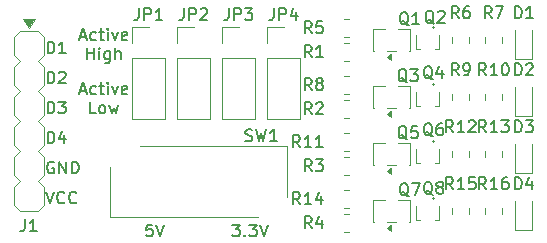
<source format=gbr>
%TF.GenerationSoftware,KiCad,Pcbnew,9.0.6-9.0.6~ubuntu24.04.1*%
%TF.CreationDate,2026-01-17T19:07:13-03:00*%
%TF.ProjectId,cotti_leds,636f7474-695f-46c6-9564-732e6b696361,0.0*%
%TF.SameCoordinates,Original*%
%TF.FileFunction,Legend,Top*%
%TF.FilePolarity,Positive*%
%FSLAX46Y46*%
G04 Gerber Fmt 4.6, Leading zero omitted, Abs format (unit mm)*
G04 Created by KiCad (PCBNEW 9.0.6-9.0.6~ubuntu24.04.1) date 2026-01-17 19:07:13*
%MOMM*%
%LPD*%
G01*
G04 APERTURE LIST*
%ADD10C,0.150000*%
%ADD11C,0.120000*%
%ADD12C,0.100000*%
G04 APERTURE END LIST*
D10*
X114636779Y-108581819D02*
X114636779Y-107581819D01*
X114636779Y-107581819D02*
X114874874Y-107581819D01*
X114874874Y-107581819D02*
X115017731Y-107629438D01*
X115017731Y-107629438D02*
X115112969Y-107724676D01*
X115112969Y-107724676D02*
X115160588Y-107819914D01*
X115160588Y-107819914D02*
X115208207Y-108010390D01*
X115208207Y-108010390D02*
X115208207Y-108153247D01*
X115208207Y-108153247D02*
X115160588Y-108343723D01*
X115160588Y-108343723D02*
X115112969Y-108438961D01*
X115112969Y-108438961D02*
X115017731Y-108534200D01*
X115017731Y-108534200D02*
X114874874Y-108581819D01*
X114874874Y-108581819D02*
X114636779Y-108581819D01*
X116065350Y-107915152D02*
X116065350Y-108581819D01*
X115827255Y-107534200D02*
X115589160Y-108248485D01*
X115589160Y-108248485D02*
X116208207Y-108248485D01*
X117380000Y-104146160D02*
X117856190Y-104146160D01*
X117284762Y-104431875D02*
X117618095Y-103431875D01*
X117618095Y-103431875D02*
X117951428Y-104431875D01*
X118713333Y-104384256D02*
X118618095Y-104431875D01*
X118618095Y-104431875D02*
X118427619Y-104431875D01*
X118427619Y-104431875D02*
X118332381Y-104384256D01*
X118332381Y-104384256D02*
X118284762Y-104336636D01*
X118284762Y-104336636D02*
X118237143Y-104241398D01*
X118237143Y-104241398D02*
X118237143Y-103955684D01*
X118237143Y-103955684D02*
X118284762Y-103860446D01*
X118284762Y-103860446D02*
X118332381Y-103812827D01*
X118332381Y-103812827D02*
X118427619Y-103765208D01*
X118427619Y-103765208D02*
X118618095Y-103765208D01*
X118618095Y-103765208D02*
X118713333Y-103812827D01*
X118999048Y-103765208D02*
X119380000Y-103765208D01*
X119141905Y-103431875D02*
X119141905Y-104289017D01*
X119141905Y-104289017D02*
X119189524Y-104384256D01*
X119189524Y-104384256D02*
X119284762Y-104431875D01*
X119284762Y-104431875D02*
X119380000Y-104431875D01*
X119713334Y-104431875D02*
X119713334Y-103765208D01*
X119713334Y-103431875D02*
X119665715Y-103479494D01*
X119665715Y-103479494D02*
X119713334Y-103527113D01*
X119713334Y-103527113D02*
X119760953Y-103479494D01*
X119760953Y-103479494D02*
X119713334Y-103431875D01*
X119713334Y-103431875D02*
X119713334Y-103527113D01*
X120094286Y-103765208D02*
X120332381Y-104431875D01*
X120332381Y-104431875D02*
X120570476Y-103765208D01*
X121332381Y-104384256D02*
X121237143Y-104431875D01*
X121237143Y-104431875D02*
X121046667Y-104431875D01*
X121046667Y-104431875D02*
X120951429Y-104384256D01*
X120951429Y-104384256D02*
X120903810Y-104289017D01*
X120903810Y-104289017D02*
X120903810Y-103908065D01*
X120903810Y-103908065D02*
X120951429Y-103812827D01*
X120951429Y-103812827D02*
X121046667Y-103765208D01*
X121046667Y-103765208D02*
X121237143Y-103765208D01*
X121237143Y-103765208D02*
X121332381Y-103812827D01*
X121332381Y-103812827D02*
X121380000Y-103908065D01*
X121380000Y-103908065D02*
X121380000Y-104003303D01*
X121380000Y-104003303D02*
X120903810Y-104098541D01*
X118713333Y-106041819D02*
X118237143Y-106041819D01*
X118237143Y-106041819D02*
X118237143Y-105041819D01*
X119189524Y-106041819D02*
X119094286Y-105994200D01*
X119094286Y-105994200D02*
X119046667Y-105946580D01*
X119046667Y-105946580D02*
X118999048Y-105851342D01*
X118999048Y-105851342D02*
X118999048Y-105565628D01*
X118999048Y-105565628D02*
X119046667Y-105470390D01*
X119046667Y-105470390D02*
X119094286Y-105422771D01*
X119094286Y-105422771D02*
X119189524Y-105375152D01*
X119189524Y-105375152D02*
X119332381Y-105375152D01*
X119332381Y-105375152D02*
X119427619Y-105422771D01*
X119427619Y-105422771D02*
X119475238Y-105470390D01*
X119475238Y-105470390D02*
X119522857Y-105565628D01*
X119522857Y-105565628D02*
X119522857Y-105851342D01*
X119522857Y-105851342D02*
X119475238Y-105946580D01*
X119475238Y-105946580D02*
X119427619Y-105994200D01*
X119427619Y-105994200D02*
X119332381Y-106041819D01*
X119332381Y-106041819D02*
X119189524Y-106041819D01*
X119856191Y-105375152D02*
X120046667Y-106041819D01*
X120046667Y-106041819D02*
X120237143Y-105565628D01*
X120237143Y-105565628D02*
X120427619Y-106041819D01*
X120427619Y-106041819D02*
X120618095Y-105375152D01*
X114636779Y-106041819D02*
X114636779Y-105041819D01*
X114636779Y-105041819D02*
X114874874Y-105041819D01*
X114874874Y-105041819D02*
X115017731Y-105089438D01*
X115017731Y-105089438D02*
X115112969Y-105184676D01*
X115112969Y-105184676D02*
X115160588Y-105279914D01*
X115160588Y-105279914D02*
X115208207Y-105470390D01*
X115208207Y-105470390D02*
X115208207Y-105613247D01*
X115208207Y-105613247D02*
X115160588Y-105803723D01*
X115160588Y-105803723D02*
X115112969Y-105898961D01*
X115112969Y-105898961D02*
X115017731Y-105994200D01*
X115017731Y-105994200D02*
X114874874Y-106041819D01*
X114874874Y-106041819D02*
X114636779Y-106041819D01*
X115541541Y-105041819D02*
X116160588Y-105041819D01*
X116160588Y-105041819D02*
X115827255Y-105422771D01*
X115827255Y-105422771D02*
X115970112Y-105422771D01*
X115970112Y-105422771D02*
X116065350Y-105470390D01*
X116065350Y-105470390D02*
X116112969Y-105518009D01*
X116112969Y-105518009D02*
X116160588Y-105613247D01*
X116160588Y-105613247D02*
X116160588Y-105851342D01*
X116160588Y-105851342D02*
X116112969Y-105946580D01*
X116112969Y-105946580D02*
X116065350Y-105994200D01*
X116065350Y-105994200D02*
X115970112Y-106041819D01*
X115970112Y-106041819D02*
X115684398Y-106041819D01*
X115684398Y-106041819D02*
X115589160Y-105994200D01*
X115589160Y-105994200D02*
X115541541Y-105946580D01*
X117380000Y-99574160D02*
X117856190Y-99574160D01*
X117284762Y-99859875D02*
X117618095Y-98859875D01*
X117618095Y-98859875D02*
X117951428Y-99859875D01*
X118713333Y-99812256D02*
X118618095Y-99859875D01*
X118618095Y-99859875D02*
X118427619Y-99859875D01*
X118427619Y-99859875D02*
X118332381Y-99812256D01*
X118332381Y-99812256D02*
X118284762Y-99764636D01*
X118284762Y-99764636D02*
X118237143Y-99669398D01*
X118237143Y-99669398D02*
X118237143Y-99383684D01*
X118237143Y-99383684D02*
X118284762Y-99288446D01*
X118284762Y-99288446D02*
X118332381Y-99240827D01*
X118332381Y-99240827D02*
X118427619Y-99193208D01*
X118427619Y-99193208D02*
X118618095Y-99193208D01*
X118618095Y-99193208D02*
X118713333Y-99240827D01*
X118999048Y-99193208D02*
X119380000Y-99193208D01*
X119141905Y-98859875D02*
X119141905Y-99717017D01*
X119141905Y-99717017D02*
X119189524Y-99812256D01*
X119189524Y-99812256D02*
X119284762Y-99859875D01*
X119284762Y-99859875D02*
X119380000Y-99859875D01*
X119713334Y-99859875D02*
X119713334Y-99193208D01*
X119713334Y-98859875D02*
X119665715Y-98907494D01*
X119665715Y-98907494D02*
X119713334Y-98955113D01*
X119713334Y-98955113D02*
X119760953Y-98907494D01*
X119760953Y-98907494D02*
X119713334Y-98859875D01*
X119713334Y-98859875D02*
X119713334Y-98955113D01*
X120094286Y-99193208D02*
X120332381Y-99859875D01*
X120332381Y-99859875D02*
X120570476Y-99193208D01*
X121332381Y-99812256D02*
X121237143Y-99859875D01*
X121237143Y-99859875D02*
X121046667Y-99859875D01*
X121046667Y-99859875D02*
X120951429Y-99812256D01*
X120951429Y-99812256D02*
X120903810Y-99717017D01*
X120903810Y-99717017D02*
X120903810Y-99336065D01*
X120903810Y-99336065D02*
X120951429Y-99240827D01*
X120951429Y-99240827D02*
X121046667Y-99193208D01*
X121046667Y-99193208D02*
X121237143Y-99193208D01*
X121237143Y-99193208D02*
X121332381Y-99240827D01*
X121332381Y-99240827D02*
X121380000Y-99336065D01*
X121380000Y-99336065D02*
X121380000Y-99431303D01*
X121380000Y-99431303D02*
X120903810Y-99526541D01*
X117951429Y-101469819D02*
X117951429Y-100469819D01*
X117951429Y-100946009D02*
X118522857Y-100946009D01*
X118522857Y-101469819D02*
X118522857Y-100469819D01*
X118999048Y-101469819D02*
X118999048Y-100803152D01*
X118999048Y-100469819D02*
X118951429Y-100517438D01*
X118951429Y-100517438D02*
X118999048Y-100565057D01*
X118999048Y-100565057D02*
X119046667Y-100517438D01*
X119046667Y-100517438D02*
X118999048Y-100469819D01*
X118999048Y-100469819D02*
X118999048Y-100565057D01*
X119903809Y-100803152D02*
X119903809Y-101612676D01*
X119903809Y-101612676D02*
X119856190Y-101707914D01*
X119856190Y-101707914D02*
X119808571Y-101755533D01*
X119808571Y-101755533D02*
X119713333Y-101803152D01*
X119713333Y-101803152D02*
X119570476Y-101803152D01*
X119570476Y-101803152D02*
X119475238Y-101755533D01*
X119903809Y-101422200D02*
X119808571Y-101469819D01*
X119808571Y-101469819D02*
X119618095Y-101469819D01*
X119618095Y-101469819D02*
X119522857Y-101422200D01*
X119522857Y-101422200D02*
X119475238Y-101374580D01*
X119475238Y-101374580D02*
X119427619Y-101279342D01*
X119427619Y-101279342D02*
X119427619Y-100993628D01*
X119427619Y-100993628D02*
X119475238Y-100898390D01*
X119475238Y-100898390D02*
X119522857Y-100850771D01*
X119522857Y-100850771D02*
X119618095Y-100803152D01*
X119618095Y-100803152D02*
X119808571Y-100803152D01*
X119808571Y-100803152D02*
X119903809Y-100850771D01*
X120380000Y-101469819D02*
X120380000Y-100469819D01*
X120808571Y-101469819D02*
X120808571Y-100946009D01*
X120808571Y-100946009D02*
X120760952Y-100850771D01*
X120760952Y-100850771D02*
X120665714Y-100803152D01*
X120665714Y-100803152D02*
X120522857Y-100803152D01*
X120522857Y-100803152D02*
X120427619Y-100850771D01*
X120427619Y-100850771D02*
X120380000Y-100898390D01*
X114493922Y-112661819D02*
X114827255Y-113661819D01*
X114827255Y-113661819D02*
X115160588Y-112661819D01*
X116065350Y-113566580D02*
X116017731Y-113614200D01*
X116017731Y-113614200D02*
X115874874Y-113661819D01*
X115874874Y-113661819D02*
X115779636Y-113661819D01*
X115779636Y-113661819D02*
X115636779Y-113614200D01*
X115636779Y-113614200D02*
X115541541Y-113518961D01*
X115541541Y-113518961D02*
X115493922Y-113423723D01*
X115493922Y-113423723D02*
X115446303Y-113233247D01*
X115446303Y-113233247D02*
X115446303Y-113090390D01*
X115446303Y-113090390D02*
X115493922Y-112899914D01*
X115493922Y-112899914D02*
X115541541Y-112804676D01*
X115541541Y-112804676D02*
X115636779Y-112709438D01*
X115636779Y-112709438D02*
X115779636Y-112661819D01*
X115779636Y-112661819D02*
X115874874Y-112661819D01*
X115874874Y-112661819D02*
X116017731Y-112709438D01*
X116017731Y-112709438D02*
X116065350Y-112757057D01*
X117065350Y-113566580D02*
X117017731Y-113614200D01*
X117017731Y-113614200D02*
X116874874Y-113661819D01*
X116874874Y-113661819D02*
X116779636Y-113661819D01*
X116779636Y-113661819D02*
X116636779Y-113614200D01*
X116636779Y-113614200D02*
X116541541Y-113518961D01*
X116541541Y-113518961D02*
X116493922Y-113423723D01*
X116493922Y-113423723D02*
X116446303Y-113233247D01*
X116446303Y-113233247D02*
X116446303Y-113090390D01*
X116446303Y-113090390D02*
X116493922Y-112899914D01*
X116493922Y-112899914D02*
X116541541Y-112804676D01*
X116541541Y-112804676D02*
X116636779Y-112709438D01*
X116636779Y-112709438D02*
X116779636Y-112661819D01*
X116779636Y-112661819D02*
X116874874Y-112661819D01*
X116874874Y-112661819D02*
X117017731Y-112709438D01*
X117017731Y-112709438D02*
X117065350Y-112757057D01*
X115160588Y-110169438D02*
X115065350Y-110121819D01*
X115065350Y-110121819D02*
X114922493Y-110121819D01*
X114922493Y-110121819D02*
X114779636Y-110169438D01*
X114779636Y-110169438D02*
X114684398Y-110264676D01*
X114684398Y-110264676D02*
X114636779Y-110359914D01*
X114636779Y-110359914D02*
X114589160Y-110550390D01*
X114589160Y-110550390D02*
X114589160Y-110693247D01*
X114589160Y-110693247D02*
X114636779Y-110883723D01*
X114636779Y-110883723D02*
X114684398Y-110978961D01*
X114684398Y-110978961D02*
X114779636Y-111074200D01*
X114779636Y-111074200D02*
X114922493Y-111121819D01*
X114922493Y-111121819D02*
X115017731Y-111121819D01*
X115017731Y-111121819D02*
X115160588Y-111074200D01*
X115160588Y-111074200D02*
X115208207Y-111026580D01*
X115208207Y-111026580D02*
X115208207Y-110693247D01*
X115208207Y-110693247D02*
X115017731Y-110693247D01*
X115636779Y-111121819D02*
X115636779Y-110121819D01*
X115636779Y-110121819D02*
X116208207Y-111121819D01*
X116208207Y-111121819D02*
X116208207Y-110121819D01*
X116684398Y-111121819D02*
X116684398Y-110121819D01*
X116684398Y-110121819D02*
X116922493Y-110121819D01*
X116922493Y-110121819D02*
X117065350Y-110169438D01*
X117065350Y-110169438D02*
X117160588Y-110264676D01*
X117160588Y-110264676D02*
X117208207Y-110359914D01*
X117208207Y-110359914D02*
X117255826Y-110550390D01*
X117255826Y-110550390D02*
X117255826Y-110693247D01*
X117255826Y-110693247D02*
X117208207Y-110883723D01*
X117208207Y-110883723D02*
X117160588Y-110978961D01*
X117160588Y-110978961D02*
X117065350Y-111074200D01*
X117065350Y-111074200D02*
X116922493Y-111121819D01*
X116922493Y-111121819D02*
X116684398Y-111121819D01*
X123494969Y-115455819D02*
X123018779Y-115455819D01*
X123018779Y-115455819D02*
X122971160Y-115932009D01*
X122971160Y-115932009D02*
X123018779Y-115884390D01*
X123018779Y-115884390D02*
X123114017Y-115836771D01*
X123114017Y-115836771D02*
X123352112Y-115836771D01*
X123352112Y-115836771D02*
X123447350Y-115884390D01*
X123447350Y-115884390D02*
X123494969Y-115932009D01*
X123494969Y-115932009D02*
X123542588Y-116027247D01*
X123542588Y-116027247D02*
X123542588Y-116265342D01*
X123542588Y-116265342D02*
X123494969Y-116360580D01*
X123494969Y-116360580D02*
X123447350Y-116408200D01*
X123447350Y-116408200D02*
X123352112Y-116455819D01*
X123352112Y-116455819D02*
X123114017Y-116455819D01*
X123114017Y-116455819D02*
X123018779Y-116408200D01*
X123018779Y-116408200D02*
X122971160Y-116360580D01*
X123828303Y-115455819D02*
X124161636Y-116455819D01*
X124161636Y-116455819D02*
X124494969Y-115455819D01*
X114636779Y-100961819D02*
X114636779Y-99961819D01*
X114636779Y-99961819D02*
X114874874Y-99961819D01*
X114874874Y-99961819D02*
X115017731Y-100009438D01*
X115017731Y-100009438D02*
X115112969Y-100104676D01*
X115112969Y-100104676D02*
X115160588Y-100199914D01*
X115160588Y-100199914D02*
X115208207Y-100390390D01*
X115208207Y-100390390D02*
X115208207Y-100533247D01*
X115208207Y-100533247D02*
X115160588Y-100723723D01*
X115160588Y-100723723D02*
X115112969Y-100818961D01*
X115112969Y-100818961D02*
X115017731Y-100914200D01*
X115017731Y-100914200D02*
X114874874Y-100961819D01*
X114874874Y-100961819D02*
X114636779Y-100961819D01*
X116160588Y-100961819D02*
X115589160Y-100961819D01*
X115874874Y-100961819D02*
X115874874Y-99961819D01*
X115874874Y-99961819D02*
X115779636Y-100104676D01*
X115779636Y-100104676D02*
X115684398Y-100199914D01*
X115684398Y-100199914D02*
X115589160Y-100247533D01*
X130289541Y-115455819D02*
X130908588Y-115455819D01*
X130908588Y-115455819D02*
X130575255Y-115836771D01*
X130575255Y-115836771D02*
X130718112Y-115836771D01*
X130718112Y-115836771D02*
X130813350Y-115884390D01*
X130813350Y-115884390D02*
X130860969Y-115932009D01*
X130860969Y-115932009D02*
X130908588Y-116027247D01*
X130908588Y-116027247D02*
X130908588Y-116265342D01*
X130908588Y-116265342D02*
X130860969Y-116360580D01*
X130860969Y-116360580D02*
X130813350Y-116408200D01*
X130813350Y-116408200D02*
X130718112Y-116455819D01*
X130718112Y-116455819D02*
X130432398Y-116455819D01*
X130432398Y-116455819D02*
X130337160Y-116408200D01*
X130337160Y-116408200D02*
X130289541Y-116360580D01*
X131337160Y-116360580D02*
X131384779Y-116408200D01*
X131384779Y-116408200D02*
X131337160Y-116455819D01*
X131337160Y-116455819D02*
X131289541Y-116408200D01*
X131289541Y-116408200D02*
X131337160Y-116360580D01*
X131337160Y-116360580D02*
X131337160Y-116455819D01*
X131718112Y-115455819D02*
X132337159Y-115455819D01*
X132337159Y-115455819D02*
X132003826Y-115836771D01*
X132003826Y-115836771D02*
X132146683Y-115836771D01*
X132146683Y-115836771D02*
X132241921Y-115884390D01*
X132241921Y-115884390D02*
X132289540Y-115932009D01*
X132289540Y-115932009D02*
X132337159Y-116027247D01*
X132337159Y-116027247D02*
X132337159Y-116265342D01*
X132337159Y-116265342D02*
X132289540Y-116360580D01*
X132289540Y-116360580D02*
X132241921Y-116408200D01*
X132241921Y-116408200D02*
X132146683Y-116455819D01*
X132146683Y-116455819D02*
X131860969Y-116455819D01*
X131860969Y-116455819D02*
X131765731Y-116408200D01*
X131765731Y-116408200D02*
X131718112Y-116360580D01*
X132622874Y-115455819D02*
X132956207Y-116455819D01*
X132956207Y-116455819D02*
X133289540Y-115455819D01*
X114636779Y-103501819D02*
X114636779Y-102501819D01*
X114636779Y-102501819D02*
X114874874Y-102501819D01*
X114874874Y-102501819D02*
X115017731Y-102549438D01*
X115017731Y-102549438D02*
X115112969Y-102644676D01*
X115112969Y-102644676D02*
X115160588Y-102739914D01*
X115160588Y-102739914D02*
X115208207Y-102930390D01*
X115208207Y-102930390D02*
X115208207Y-103073247D01*
X115208207Y-103073247D02*
X115160588Y-103263723D01*
X115160588Y-103263723D02*
X115112969Y-103358961D01*
X115112969Y-103358961D02*
X115017731Y-103454200D01*
X115017731Y-103454200D02*
X114874874Y-103501819D01*
X114874874Y-103501819D02*
X114636779Y-103501819D01*
X115589160Y-102597057D02*
X115636779Y-102549438D01*
X115636779Y-102549438D02*
X115732017Y-102501819D01*
X115732017Y-102501819D02*
X115970112Y-102501819D01*
X115970112Y-102501819D02*
X116065350Y-102549438D01*
X116065350Y-102549438D02*
X116112969Y-102597057D01*
X116112969Y-102597057D02*
X116160588Y-102692295D01*
X116160588Y-102692295D02*
X116160588Y-102787533D01*
X116160588Y-102787533D02*
X116112969Y-102930390D01*
X116112969Y-102930390D02*
X115541541Y-103501819D01*
X115541541Y-103501819D02*
X116160588Y-103501819D01*
X136993333Y-104086819D02*
X136660000Y-103610628D01*
X136421905Y-104086819D02*
X136421905Y-103086819D01*
X136421905Y-103086819D02*
X136802857Y-103086819D01*
X136802857Y-103086819D02*
X136898095Y-103134438D01*
X136898095Y-103134438D02*
X136945714Y-103182057D01*
X136945714Y-103182057D02*
X136993333Y-103277295D01*
X136993333Y-103277295D02*
X136993333Y-103420152D01*
X136993333Y-103420152D02*
X136945714Y-103515390D01*
X136945714Y-103515390D02*
X136898095Y-103563009D01*
X136898095Y-103563009D02*
X136802857Y-103610628D01*
X136802857Y-103610628D02*
X136421905Y-103610628D01*
X137564762Y-103515390D02*
X137469524Y-103467771D01*
X137469524Y-103467771D02*
X137421905Y-103420152D01*
X137421905Y-103420152D02*
X137374286Y-103324914D01*
X137374286Y-103324914D02*
X137374286Y-103277295D01*
X137374286Y-103277295D02*
X137421905Y-103182057D01*
X137421905Y-103182057D02*
X137469524Y-103134438D01*
X137469524Y-103134438D02*
X137564762Y-103086819D01*
X137564762Y-103086819D02*
X137755238Y-103086819D01*
X137755238Y-103086819D02*
X137850476Y-103134438D01*
X137850476Y-103134438D02*
X137898095Y-103182057D01*
X137898095Y-103182057D02*
X137945714Y-103277295D01*
X137945714Y-103277295D02*
X137945714Y-103324914D01*
X137945714Y-103324914D02*
X137898095Y-103420152D01*
X137898095Y-103420152D02*
X137850476Y-103467771D01*
X137850476Y-103467771D02*
X137755238Y-103515390D01*
X137755238Y-103515390D02*
X137564762Y-103515390D01*
X137564762Y-103515390D02*
X137469524Y-103563009D01*
X137469524Y-103563009D02*
X137421905Y-103610628D01*
X137421905Y-103610628D02*
X137374286Y-103705866D01*
X137374286Y-103705866D02*
X137374286Y-103896342D01*
X137374286Y-103896342D02*
X137421905Y-103991580D01*
X137421905Y-103991580D02*
X137469524Y-104039200D01*
X137469524Y-104039200D02*
X137564762Y-104086819D01*
X137564762Y-104086819D02*
X137755238Y-104086819D01*
X137755238Y-104086819D02*
X137850476Y-104039200D01*
X137850476Y-104039200D02*
X137898095Y-103991580D01*
X137898095Y-103991580D02*
X137945714Y-103896342D01*
X137945714Y-103896342D02*
X137945714Y-103705866D01*
X137945714Y-103705866D02*
X137898095Y-103610628D01*
X137898095Y-103610628D02*
X137850476Y-103563009D01*
X137850476Y-103563009D02*
X137755238Y-103515390D01*
X151757142Y-102816819D02*
X151423809Y-102340628D01*
X151185714Y-102816819D02*
X151185714Y-101816819D01*
X151185714Y-101816819D02*
X151566666Y-101816819D01*
X151566666Y-101816819D02*
X151661904Y-101864438D01*
X151661904Y-101864438D02*
X151709523Y-101912057D01*
X151709523Y-101912057D02*
X151757142Y-102007295D01*
X151757142Y-102007295D02*
X151757142Y-102150152D01*
X151757142Y-102150152D02*
X151709523Y-102245390D01*
X151709523Y-102245390D02*
X151661904Y-102293009D01*
X151661904Y-102293009D02*
X151566666Y-102340628D01*
X151566666Y-102340628D02*
X151185714Y-102340628D01*
X152709523Y-102816819D02*
X152138095Y-102816819D01*
X152423809Y-102816819D02*
X152423809Y-101816819D01*
X152423809Y-101816819D02*
X152328571Y-101959676D01*
X152328571Y-101959676D02*
X152233333Y-102054914D01*
X152233333Y-102054914D02*
X152138095Y-102102533D01*
X153328571Y-101816819D02*
X153423809Y-101816819D01*
X153423809Y-101816819D02*
X153519047Y-101864438D01*
X153519047Y-101864438D02*
X153566666Y-101912057D01*
X153566666Y-101912057D02*
X153614285Y-102007295D01*
X153614285Y-102007295D02*
X153661904Y-102197771D01*
X153661904Y-102197771D02*
X153661904Y-102435866D01*
X153661904Y-102435866D02*
X153614285Y-102626342D01*
X153614285Y-102626342D02*
X153566666Y-102721580D01*
X153566666Y-102721580D02*
X153519047Y-102769200D01*
X153519047Y-102769200D02*
X153423809Y-102816819D01*
X153423809Y-102816819D02*
X153328571Y-102816819D01*
X153328571Y-102816819D02*
X153233333Y-102769200D01*
X153233333Y-102769200D02*
X153185714Y-102721580D01*
X153185714Y-102721580D02*
X153138095Y-102626342D01*
X153138095Y-102626342D02*
X153090476Y-102435866D01*
X153090476Y-102435866D02*
X153090476Y-102197771D01*
X153090476Y-102197771D02*
X153138095Y-102007295D01*
X153138095Y-102007295D02*
X153185714Y-101912057D01*
X153185714Y-101912057D02*
X153233333Y-101864438D01*
X153233333Y-101864438D02*
X153328571Y-101816819D01*
X136993333Y-110944819D02*
X136660000Y-110468628D01*
X136421905Y-110944819D02*
X136421905Y-109944819D01*
X136421905Y-109944819D02*
X136802857Y-109944819D01*
X136802857Y-109944819D02*
X136898095Y-109992438D01*
X136898095Y-109992438D02*
X136945714Y-110040057D01*
X136945714Y-110040057D02*
X136993333Y-110135295D01*
X136993333Y-110135295D02*
X136993333Y-110278152D01*
X136993333Y-110278152D02*
X136945714Y-110373390D01*
X136945714Y-110373390D02*
X136898095Y-110421009D01*
X136898095Y-110421009D02*
X136802857Y-110468628D01*
X136802857Y-110468628D02*
X136421905Y-110468628D01*
X137326667Y-109944819D02*
X137945714Y-109944819D01*
X137945714Y-109944819D02*
X137612381Y-110325771D01*
X137612381Y-110325771D02*
X137755238Y-110325771D01*
X137755238Y-110325771D02*
X137850476Y-110373390D01*
X137850476Y-110373390D02*
X137898095Y-110421009D01*
X137898095Y-110421009D02*
X137945714Y-110516247D01*
X137945714Y-110516247D02*
X137945714Y-110754342D01*
X137945714Y-110754342D02*
X137898095Y-110849580D01*
X137898095Y-110849580D02*
X137850476Y-110897200D01*
X137850476Y-110897200D02*
X137755238Y-110944819D01*
X137755238Y-110944819D02*
X137469524Y-110944819D01*
X137469524Y-110944819D02*
X137374286Y-110897200D01*
X137374286Y-110897200D02*
X137326667Y-110849580D01*
X136993333Y-101292819D02*
X136660000Y-100816628D01*
X136421905Y-101292819D02*
X136421905Y-100292819D01*
X136421905Y-100292819D02*
X136802857Y-100292819D01*
X136802857Y-100292819D02*
X136898095Y-100340438D01*
X136898095Y-100340438D02*
X136945714Y-100388057D01*
X136945714Y-100388057D02*
X136993333Y-100483295D01*
X136993333Y-100483295D02*
X136993333Y-100626152D01*
X136993333Y-100626152D02*
X136945714Y-100721390D01*
X136945714Y-100721390D02*
X136898095Y-100769009D01*
X136898095Y-100769009D02*
X136802857Y-100816628D01*
X136802857Y-100816628D02*
X136421905Y-100816628D01*
X137945714Y-101292819D02*
X137374286Y-101292819D01*
X137660000Y-101292819D02*
X137660000Y-100292819D01*
X137660000Y-100292819D02*
X137564762Y-100435676D01*
X137564762Y-100435676D02*
X137469524Y-100530914D01*
X137469524Y-100530914D02*
X137374286Y-100578533D01*
X148963142Y-112468819D02*
X148629809Y-111992628D01*
X148391714Y-112468819D02*
X148391714Y-111468819D01*
X148391714Y-111468819D02*
X148772666Y-111468819D01*
X148772666Y-111468819D02*
X148867904Y-111516438D01*
X148867904Y-111516438D02*
X148915523Y-111564057D01*
X148915523Y-111564057D02*
X148963142Y-111659295D01*
X148963142Y-111659295D02*
X148963142Y-111802152D01*
X148963142Y-111802152D02*
X148915523Y-111897390D01*
X148915523Y-111897390D02*
X148867904Y-111945009D01*
X148867904Y-111945009D02*
X148772666Y-111992628D01*
X148772666Y-111992628D02*
X148391714Y-111992628D01*
X149915523Y-112468819D02*
X149344095Y-112468819D01*
X149629809Y-112468819D02*
X149629809Y-111468819D01*
X149629809Y-111468819D02*
X149534571Y-111611676D01*
X149534571Y-111611676D02*
X149439333Y-111706914D01*
X149439333Y-111706914D02*
X149344095Y-111754533D01*
X150820285Y-111468819D02*
X150344095Y-111468819D01*
X150344095Y-111468819D02*
X150296476Y-111945009D01*
X150296476Y-111945009D02*
X150344095Y-111897390D01*
X150344095Y-111897390D02*
X150439333Y-111849771D01*
X150439333Y-111849771D02*
X150677428Y-111849771D01*
X150677428Y-111849771D02*
X150772666Y-111897390D01*
X150772666Y-111897390D02*
X150820285Y-111945009D01*
X150820285Y-111945009D02*
X150867904Y-112040247D01*
X150867904Y-112040247D02*
X150867904Y-112278342D01*
X150867904Y-112278342D02*
X150820285Y-112373580D01*
X150820285Y-112373580D02*
X150772666Y-112421200D01*
X150772666Y-112421200D02*
X150677428Y-112468819D01*
X150677428Y-112468819D02*
X150439333Y-112468819D01*
X150439333Y-112468819D02*
X150344095Y-112421200D01*
X150344095Y-112421200D02*
X150296476Y-112373580D01*
X136993333Y-99260819D02*
X136660000Y-98784628D01*
X136421905Y-99260819D02*
X136421905Y-98260819D01*
X136421905Y-98260819D02*
X136802857Y-98260819D01*
X136802857Y-98260819D02*
X136898095Y-98308438D01*
X136898095Y-98308438D02*
X136945714Y-98356057D01*
X136945714Y-98356057D02*
X136993333Y-98451295D01*
X136993333Y-98451295D02*
X136993333Y-98594152D01*
X136993333Y-98594152D02*
X136945714Y-98689390D01*
X136945714Y-98689390D02*
X136898095Y-98737009D01*
X136898095Y-98737009D02*
X136802857Y-98784628D01*
X136802857Y-98784628D02*
X136421905Y-98784628D01*
X137898095Y-98260819D02*
X137421905Y-98260819D01*
X137421905Y-98260819D02*
X137374286Y-98737009D01*
X137374286Y-98737009D02*
X137421905Y-98689390D01*
X137421905Y-98689390D02*
X137517143Y-98641771D01*
X137517143Y-98641771D02*
X137755238Y-98641771D01*
X137755238Y-98641771D02*
X137850476Y-98689390D01*
X137850476Y-98689390D02*
X137898095Y-98737009D01*
X137898095Y-98737009D02*
X137945714Y-98832247D01*
X137945714Y-98832247D02*
X137945714Y-99070342D01*
X137945714Y-99070342D02*
X137898095Y-99165580D01*
X137898095Y-99165580D02*
X137850476Y-99213200D01*
X137850476Y-99213200D02*
X137755238Y-99260819D01*
X137755238Y-99260819D02*
X137517143Y-99260819D01*
X137517143Y-99260819D02*
X137421905Y-99213200D01*
X137421905Y-99213200D02*
X137374286Y-99165580D01*
X152233333Y-97990819D02*
X151900000Y-97514628D01*
X151661905Y-97990819D02*
X151661905Y-96990819D01*
X151661905Y-96990819D02*
X152042857Y-96990819D01*
X152042857Y-96990819D02*
X152138095Y-97038438D01*
X152138095Y-97038438D02*
X152185714Y-97086057D01*
X152185714Y-97086057D02*
X152233333Y-97181295D01*
X152233333Y-97181295D02*
X152233333Y-97324152D01*
X152233333Y-97324152D02*
X152185714Y-97419390D01*
X152185714Y-97419390D02*
X152138095Y-97467009D01*
X152138095Y-97467009D02*
X152042857Y-97514628D01*
X152042857Y-97514628D02*
X151661905Y-97514628D01*
X152566667Y-96990819D02*
X153233333Y-96990819D01*
X153233333Y-96990819D02*
X152804762Y-97990819D01*
X151757142Y-107642819D02*
X151423809Y-107166628D01*
X151185714Y-107642819D02*
X151185714Y-106642819D01*
X151185714Y-106642819D02*
X151566666Y-106642819D01*
X151566666Y-106642819D02*
X151661904Y-106690438D01*
X151661904Y-106690438D02*
X151709523Y-106738057D01*
X151709523Y-106738057D02*
X151757142Y-106833295D01*
X151757142Y-106833295D02*
X151757142Y-106976152D01*
X151757142Y-106976152D02*
X151709523Y-107071390D01*
X151709523Y-107071390D02*
X151661904Y-107119009D01*
X151661904Y-107119009D02*
X151566666Y-107166628D01*
X151566666Y-107166628D02*
X151185714Y-107166628D01*
X152709523Y-107642819D02*
X152138095Y-107642819D01*
X152423809Y-107642819D02*
X152423809Y-106642819D01*
X152423809Y-106642819D02*
X152328571Y-106785676D01*
X152328571Y-106785676D02*
X152233333Y-106880914D01*
X152233333Y-106880914D02*
X152138095Y-106928533D01*
X153042857Y-106642819D02*
X153661904Y-106642819D01*
X153661904Y-106642819D02*
X153328571Y-107023771D01*
X153328571Y-107023771D02*
X153471428Y-107023771D01*
X153471428Y-107023771D02*
X153566666Y-107071390D01*
X153566666Y-107071390D02*
X153614285Y-107119009D01*
X153614285Y-107119009D02*
X153661904Y-107214247D01*
X153661904Y-107214247D02*
X153661904Y-107452342D01*
X153661904Y-107452342D02*
X153614285Y-107547580D01*
X153614285Y-107547580D02*
X153566666Y-107595200D01*
X153566666Y-107595200D02*
X153471428Y-107642819D01*
X153471428Y-107642819D02*
X153185714Y-107642819D01*
X153185714Y-107642819D02*
X153090476Y-107595200D01*
X153090476Y-107595200D02*
X153042857Y-107547580D01*
X112696666Y-115024819D02*
X112696666Y-115739104D01*
X112696666Y-115739104D02*
X112649047Y-115881961D01*
X112649047Y-115881961D02*
X112553809Y-115977200D01*
X112553809Y-115977200D02*
X112410952Y-116024819D01*
X112410952Y-116024819D02*
X112315714Y-116024819D01*
X113696666Y-116024819D02*
X113125238Y-116024819D01*
X113410952Y-116024819D02*
X113410952Y-115024819D01*
X113410952Y-115024819D02*
X113315714Y-115167676D01*
X113315714Y-115167676D02*
X113220476Y-115262914D01*
X113220476Y-115262914D02*
X113125238Y-115310533D01*
X154201905Y-97990819D02*
X154201905Y-96990819D01*
X154201905Y-96990819D02*
X154440000Y-96990819D01*
X154440000Y-96990819D02*
X154582857Y-97038438D01*
X154582857Y-97038438D02*
X154678095Y-97133676D01*
X154678095Y-97133676D02*
X154725714Y-97228914D01*
X154725714Y-97228914D02*
X154773333Y-97419390D01*
X154773333Y-97419390D02*
X154773333Y-97562247D01*
X154773333Y-97562247D02*
X154725714Y-97752723D01*
X154725714Y-97752723D02*
X154678095Y-97847961D01*
X154678095Y-97847961D02*
X154582857Y-97943200D01*
X154582857Y-97943200D02*
X154440000Y-97990819D01*
X154440000Y-97990819D02*
X154201905Y-97990819D01*
X155725714Y-97990819D02*
X155154286Y-97990819D01*
X155440000Y-97990819D02*
X155440000Y-96990819D01*
X155440000Y-96990819D02*
X155344762Y-97133676D01*
X155344762Y-97133676D02*
X155249524Y-97228914D01*
X155249524Y-97228914D02*
X155154286Y-97276533D01*
X136993333Y-115770819D02*
X136660000Y-115294628D01*
X136421905Y-115770819D02*
X136421905Y-114770819D01*
X136421905Y-114770819D02*
X136802857Y-114770819D01*
X136802857Y-114770819D02*
X136898095Y-114818438D01*
X136898095Y-114818438D02*
X136945714Y-114866057D01*
X136945714Y-114866057D02*
X136993333Y-114961295D01*
X136993333Y-114961295D02*
X136993333Y-115104152D01*
X136993333Y-115104152D02*
X136945714Y-115199390D01*
X136945714Y-115199390D02*
X136898095Y-115247009D01*
X136898095Y-115247009D02*
X136802857Y-115294628D01*
X136802857Y-115294628D02*
X136421905Y-115294628D01*
X137850476Y-115104152D02*
X137850476Y-115770819D01*
X137612381Y-114723200D02*
X137374286Y-115437485D01*
X137374286Y-115437485D02*
X137993333Y-115437485D01*
X126166666Y-97150819D02*
X126166666Y-97865104D01*
X126166666Y-97865104D02*
X126119047Y-98007961D01*
X126119047Y-98007961D02*
X126023809Y-98103200D01*
X126023809Y-98103200D02*
X125880952Y-98150819D01*
X125880952Y-98150819D02*
X125785714Y-98150819D01*
X126642857Y-98150819D02*
X126642857Y-97150819D01*
X126642857Y-97150819D02*
X127023809Y-97150819D01*
X127023809Y-97150819D02*
X127119047Y-97198438D01*
X127119047Y-97198438D02*
X127166666Y-97246057D01*
X127166666Y-97246057D02*
X127214285Y-97341295D01*
X127214285Y-97341295D02*
X127214285Y-97484152D01*
X127214285Y-97484152D02*
X127166666Y-97579390D01*
X127166666Y-97579390D02*
X127119047Y-97627009D01*
X127119047Y-97627009D02*
X127023809Y-97674628D01*
X127023809Y-97674628D02*
X126642857Y-97674628D01*
X127595238Y-97246057D02*
X127642857Y-97198438D01*
X127642857Y-97198438D02*
X127738095Y-97150819D01*
X127738095Y-97150819D02*
X127976190Y-97150819D01*
X127976190Y-97150819D02*
X128071428Y-97198438D01*
X128071428Y-97198438D02*
X128119047Y-97246057D01*
X128119047Y-97246057D02*
X128166666Y-97341295D01*
X128166666Y-97341295D02*
X128166666Y-97436533D01*
X128166666Y-97436533D02*
X128119047Y-97579390D01*
X128119047Y-97579390D02*
X127547619Y-98150819D01*
X127547619Y-98150819D02*
X128166666Y-98150819D01*
X145065761Y-103420057D02*
X144970523Y-103372438D01*
X144970523Y-103372438D02*
X144875285Y-103277200D01*
X144875285Y-103277200D02*
X144732428Y-103134342D01*
X144732428Y-103134342D02*
X144637190Y-103086723D01*
X144637190Y-103086723D02*
X144541952Y-103086723D01*
X144589571Y-103324819D02*
X144494333Y-103277200D01*
X144494333Y-103277200D02*
X144399095Y-103181961D01*
X144399095Y-103181961D02*
X144351476Y-102991485D01*
X144351476Y-102991485D02*
X144351476Y-102658152D01*
X144351476Y-102658152D02*
X144399095Y-102467676D01*
X144399095Y-102467676D02*
X144494333Y-102372438D01*
X144494333Y-102372438D02*
X144589571Y-102324819D01*
X144589571Y-102324819D02*
X144780047Y-102324819D01*
X144780047Y-102324819D02*
X144875285Y-102372438D01*
X144875285Y-102372438D02*
X144970523Y-102467676D01*
X144970523Y-102467676D02*
X145018142Y-102658152D01*
X145018142Y-102658152D02*
X145018142Y-102991485D01*
X145018142Y-102991485D02*
X144970523Y-103181961D01*
X144970523Y-103181961D02*
X144875285Y-103277200D01*
X144875285Y-103277200D02*
X144780047Y-103324819D01*
X144780047Y-103324819D02*
X144589571Y-103324819D01*
X145351476Y-102324819D02*
X145970523Y-102324819D01*
X145970523Y-102324819D02*
X145637190Y-102705771D01*
X145637190Y-102705771D02*
X145780047Y-102705771D01*
X145780047Y-102705771D02*
X145875285Y-102753390D01*
X145875285Y-102753390D02*
X145922904Y-102801009D01*
X145922904Y-102801009D02*
X145970523Y-102896247D01*
X145970523Y-102896247D02*
X145970523Y-103134342D01*
X145970523Y-103134342D02*
X145922904Y-103229580D01*
X145922904Y-103229580D02*
X145875285Y-103277200D01*
X145875285Y-103277200D02*
X145780047Y-103324819D01*
X145780047Y-103324819D02*
X145494333Y-103324819D01*
X145494333Y-103324819D02*
X145399095Y-103277200D01*
X145399095Y-103277200D02*
X145351476Y-103229580D01*
X145065761Y-108246057D02*
X144970523Y-108198438D01*
X144970523Y-108198438D02*
X144875285Y-108103200D01*
X144875285Y-108103200D02*
X144732428Y-107960342D01*
X144732428Y-107960342D02*
X144637190Y-107912723D01*
X144637190Y-107912723D02*
X144541952Y-107912723D01*
X144589571Y-108150819D02*
X144494333Y-108103200D01*
X144494333Y-108103200D02*
X144399095Y-108007961D01*
X144399095Y-108007961D02*
X144351476Y-107817485D01*
X144351476Y-107817485D02*
X144351476Y-107484152D01*
X144351476Y-107484152D02*
X144399095Y-107293676D01*
X144399095Y-107293676D02*
X144494333Y-107198438D01*
X144494333Y-107198438D02*
X144589571Y-107150819D01*
X144589571Y-107150819D02*
X144780047Y-107150819D01*
X144780047Y-107150819D02*
X144875285Y-107198438D01*
X144875285Y-107198438D02*
X144970523Y-107293676D01*
X144970523Y-107293676D02*
X145018142Y-107484152D01*
X145018142Y-107484152D02*
X145018142Y-107817485D01*
X145018142Y-107817485D02*
X144970523Y-108007961D01*
X144970523Y-108007961D02*
X144875285Y-108103200D01*
X144875285Y-108103200D02*
X144780047Y-108150819D01*
X144780047Y-108150819D02*
X144589571Y-108150819D01*
X145922904Y-107150819D02*
X145446714Y-107150819D01*
X145446714Y-107150819D02*
X145399095Y-107627009D01*
X145399095Y-107627009D02*
X145446714Y-107579390D01*
X145446714Y-107579390D02*
X145541952Y-107531771D01*
X145541952Y-107531771D02*
X145780047Y-107531771D01*
X145780047Y-107531771D02*
X145875285Y-107579390D01*
X145875285Y-107579390D02*
X145922904Y-107627009D01*
X145922904Y-107627009D02*
X145970523Y-107722247D01*
X145970523Y-107722247D02*
X145970523Y-107960342D01*
X145970523Y-107960342D02*
X145922904Y-108055580D01*
X145922904Y-108055580D02*
X145875285Y-108103200D01*
X145875285Y-108103200D02*
X145780047Y-108150819D01*
X145780047Y-108150819D02*
X145541952Y-108150819D01*
X145541952Y-108150819D02*
X145446714Y-108103200D01*
X145446714Y-108103200D02*
X145399095Y-108055580D01*
X147351761Y-98467057D02*
X147256523Y-98419438D01*
X147256523Y-98419438D02*
X147161285Y-98324200D01*
X147161285Y-98324200D02*
X147018428Y-98181342D01*
X147018428Y-98181342D02*
X146923190Y-98133723D01*
X146923190Y-98133723D02*
X146827952Y-98133723D01*
X146875571Y-98371819D02*
X146780333Y-98324200D01*
X146780333Y-98324200D02*
X146685095Y-98228961D01*
X146685095Y-98228961D02*
X146637476Y-98038485D01*
X146637476Y-98038485D02*
X146637476Y-97705152D01*
X146637476Y-97705152D02*
X146685095Y-97514676D01*
X146685095Y-97514676D02*
X146780333Y-97419438D01*
X146780333Y-97419438D02*
X146875571Y-97371819D01*
X146875571Y-97371819D02*
X147066047Y-97371819D01*
X147066047Y-97371819D02*
X147161285Y-97419438D01*
X147161285Y-97419438D02*
X147256523Y-97514676D01*
X147256523Y-97514676D02*
X147304142Y-97705152D01*
X147304142Y-97705152D02*
X147304142Y-98038485D01*
X147304142Y-98038485D02*
X147256523Y-98228961D01*
X147256523Y-98228961D02*
X147161285Y-98324200D01*
X147161285Y-98324200D02*
X147066047Y-98371819D01*
X147066047Y-98371819D02*
X146875571Y-98371819D01*
X147685095Y-97467057D02*
X147732714Y-97419438D01*
X147732714Y-97419438D02*
X147827952Y-97371819D01*
X147827952Y-97371819D02*
X148066047Y-97371819D01*
X148066047Y-97371819D02*
X148161285Y-97419438D01*
X148161285Y-97419438D02*
X148208904Y-97467057D01*
X148208904Y-97467057D02*
X148256523Y-97562295D01*
X148256523Y-97562295D02*
X148256523Y-97657533D01*
X148256523Y-97657533D02*
X148208904Y-97800390D01*
X148208904Y-97800390D02*
X147637476Y-98371819D01*
X147637476Y-98371819D02*
X148256523Y-98371819D01*
X131381667Y-108357200D02*
X131524524Y-108404819D01*
X131524524Y-108404819D02*
X131762619Y-108404819D01*
X131762619Y-108404819D02*
X131857857Y-108357200D01*
X131857857Y-108357200D02*
X131905476Y-108309580D01*
X131905476Y-108309580D02*
X131953095Y-108214342D01*
X131953095Y-108214342D02*
X131953095Y-108119104D01*
X131953095Y-108119104D02*
X131905476Y-108023866D01*
X131905476Y-108023866D02*
X131857857Y-107976247D01*
X131857857Y-107976247D02*
X131762619Y-107928628D01*
X131762619Y-107928628D02*
X131572143Y-107881009D01*
X131572143Y-107881009D02*
X131476905Y-107833390D01*
X131476905Y-107833390D02*
X131429286Y-107785771D01*
X131429286Y-107785771D02*
X131381667Y-107690533D01*
X131381667Y-107690533D02*
X131381667Y-107595295D01*
X131381667Y-107595295D02*
X131429286Y-107500057D01*
X131429286Y-107500057D02*
X131476905Y-107452438D01*
X131476905Y-107452438D02*
X131572143Y-107404819D01*
X131572143Y-107404819D02*
X131810238Y-107404819D01*
X131810238Y-107404819D02*
X131953095Y-107452438D01*
X132286429Y-107404819D02*
X132524524Y-108404819D01*
X132524524Y-108404819D02*
X132715000Y-107690533D01*
X132715000Y-107690533D02*
X132905476Y-108404819D01*
X132905476Y-108404819D02*
X133143572Y-107404819D01*
X134048333Y-108404819D02*
X133476905Y-108404819D01*
X133762619Y-108404819D02*
X133762619Y-107404819D01*
X133762619Y-107404819D02*
X133667381Y-107547676D01*
X133667381Y-107547676D02*
X133572143Y-107642914D01*
X133572143Y-107642914D02*
X133476905Y-107690533D01*
X136009142Y-113738819D02*
X135675809Y-113262628D01*
X135437714Y-113738819D02*
X135437714Y-112738819D01*
X135437714Y-112738819D02*
X135818666Y-112738819D01*
X135818666Y-112738819D02*
X135913904Y-112786438D01*
X135913904Y-112786438D02*
X135961523Y-112834057D01*
X135961523Y-112834057D02*
X136009142Y-112929295D01*
X136009142Y-112929295D02*
X136009142Y-113072152D01*
X136009142Y-113072152D02*
X135961523Y-113167390D01*
X135961523Y-113167390D02*
X135913904Y-113215009D01*
X135913904Y-113215009D02*
X135818666Y-113262628D01*
X135818666Y-113262628D02*
X135437714Y-113262628D01*
X136961523Y-113738819D02*
X136390095Y-113738819D01*
X136675809Y-113738819D02*
X136675809Y-112738819D01*
X136675809Y-112738819D02*
X136580571Y-112881676D01*
X136580571Y-112881676D02*
X136485333Y-112976914D01*
X136485333Y-112976914D02*
X136390095Y-113024533D01*
X137818666Y-113072152D02*
X137818666Y-113738819D01*
X137580571Y-112691200D02*
X137342476Y-113405485D01*
X137342476Y-113405485D02*
X137961523Y-113405485D01*
X154201905Y-102816819D02*
X154201905Y-101816819D01*
X154201905Y-101816819D02*
X154440000Y-101816819D01*
X154440000Y-101816819D02*
X154582857Y-101864438D01*
X154582857Y-101864438D02*
X154678095Y-101959676D01*
X154678095Y-101959676D02*
X154725714Y-102054914D01*
X154725714Y-102054914D02*
X154773333Y-102245390D01*
X154773333Y-102245390D02*
X154773333Y-102388247D01*
X154773333Y-102388247D02*
X154725714Y-102578723D01*
X154725714Y-102578723D02*
X154678095Y-102673961D01*
X154678095Y-102673961D02*
X154582857Y-102769200D01*
X154582857Y-102769200D02*
X154440000Y-102816819D01*
X154440000Y-102816819D02*
X154201905Y-102816819D01*
X155154286Y-101912057D02*
X155201905Y-101864438D01*
X155201905Y-101864438D02*
X155297143Y-101816819D01*
X155297143Y-101816819D02*
X155535238Y-101816819D01*
X155535238Y-101816819D02*
X155630476Y-101864438D01*
X155630476Y-101864438D02*
X155678095Y-101912057D01*
X155678095Y-101912057D02*
X155725714Y-102007295D01*
X155725714Y-102007295D02*
X155725714Y-102102533D01*
X155725714Y-102102533D02*
X155678095Y-102245390D01*
X155678095Y-102245390D02*
X155106667Y-102816819D01*
X155106667Y-102816819D02*
X155725714Y-102816819D01*
X147224761Y-112945057D02*
X147129523Y-112897438D01*
X147129523Y-112897438D02*
X147034285Y-112802200D01*
X147034285Y-112802200D02*
X146891428Y-112659342D01*
X146891428Y-112659342D02*
X146796190Y-112611723D01*
X146796190Y-112611723D02*
X146700952Y-112611723D01*
X146748571Y-112849819D02*
X146653333Y-112802200D01*
X146653333Y-112802200D02*
X146558095Y-112706961D01*
X146558095Y-112706961D02*
X146510476Y-112516485D01*
X146510476Y-112516485D02*
X146510476Y-112183152D01*
X146510476Y-112183152D02*
X146558095Y-111992676D01*
X146558095Y-111992676D02*
X146653333Y-111897438D01*
X146653333Y-111897438D02*
X146748571Y-111849819D01*
X146748571Y-111849819D02*
X146939047Y-111849819D01*
X146939047Y-111849819D02*
X147034285Y-111897438D01*
X147034285Y-111897438D02*
X147129523Y-111992676D01*
X147129523Y-111992676D02*
X147177142Y-112183152D01*
X147177142Y-112183152D02*
X147177142Y-112516485D01*
X147177142Y-112516485D02*
X147129523Y-112706961D01*
X147129523Y-112706961D02*
X147034285Y-112802200D01*
X147034285Y-112802200D02*
X146939047Y-112849819D01*
X146939047Y-112849819D02*
X146748571Y-112849819D01*
X147748571Y-112278390D02*
X147653333Y-112230771D01*
X147653333Y-112230771D02*
X147605714Y-112183152D01*
X147605714Y-112183152D02*
X147558095Y-112087914D01*
X147558095Y-112087914D02*
X147558095Y-112040295D01*
X147558095Y-112040295D02*
X147605714Y-111945057D01*
X147605714Y-111945057D02*
X147653333Y-111897438D01*
X147653333Y-111897438D02*
X147748571Y-111849819D01*
X147748571Y-111849819D02*
X147939047Y-111849819D01*
X147939047Y-111849819D02*
X148034285Y-111897438D01*
X148034285Y-111897438D02*
X148081904Y-111945057D01*
X148081904Y-111945057D02*
X148129523Y-112040295D01*
X148129523Y-112040295D02*
X148129523Y-112087914D01*
X148129523Y-112087914D02*
X148081904Y-112183152D01*
X148081904Y-112183152D02*
X148034285Y-112230771D01*
X148034285Y-112230771D02*
X147939047Y-112278390D01*
X147939047Y-112278390D02*
X147748571Y-112278390D01*
X147748571Y-112278390D02*
X147653333Y-112326009D01*
X147653333Y-112326009D02*
X147605714Y-112373628D01*
X147605714Y-112373628D02*
X147558095Y-112468866D01*
X147558095Y-112468866D02*
X147558095Y-112659342D01*
X147558095Y-112659342D02*
X147605714Y-112754580D01*
X147605714Y-112754580D02*
X147653333Y-112802200D01*
X147653333Y-112802200D02*
X147748571Y-112849819D01*
X147748571Y-112849819D02*
X147939047Y-112849819D01*
X147939047Y-112849819D02*
X148034285Y-112802200D01*
X148034285Y-112802200D02*
X148081904Y-112754580D01*
X148081904Y-112754580D02*
X148129523Y-112659342D01*
X148129523Y-112659342D02*
X148129523Y-112468866D01*
X148129523Y-112468866D02*
X148081904Y-112373628D01*
X148081904Y-112373628D02*
X148034285Y-112326009D01*
X148034285Y-112326009D02*
X147939047Y-112278390D01*
X147224761Y-103166057D02*
X147129523Y-103118438D01*
X147129523Y-103118438D02*
X147034285Y-103023200D01*
X147034285Y-103023200D02*
X146891428Y-102880342D01*
X146891428Y-102880342D02*
X146796190Y-102832723D01*
X146796190Y-102832723D02*
X146700952Y-102832723D01*
X146748571Y-103070819D02*
X146653333Y-103023200D01*
X146653333Y-103023200D02*
X146558095Y-102927961D01*
X146558095Y-102927961D02*
X146510476Y-102737485D01*
X146510476Y-102737485D02*
X146510476Y-102404152D01*
X146510476Y-102404152D02*
X146558095Y-102213676D01*
X146558095Y-102213676D02*
X146653333Y-102118438D01*
X146653333Y-102118438D02*
X146748571Y-102070819D01*
X146748571Y-102070819D02*
X146939047Y-102070819D01*
X146939047Y-102070819D02*
X147034285Y-102118438D01*
X147034285Y-102118438D02*
X147129523Y-102213676D01*
X147129523Y-102213676D02*
X147177142Y-102404152D01*
X147177142Y-102404152D02*
X147177142Y-102737485D01*
X147177142Y-102737485D02*
X147129523Y-102927961D01*
X147129523Y-102927961D02*
X147034285Y-103023200D01*
X147034285Y-103023200D02*
X146939047Y-103070819D01*
X146939047Y-103070819D02*
X146748571Y-103070819D01*
X148034285Y-102404152D02*
X148034285Y-103070819D01*
X147796190Y-102023200D02*
X147558095Y-102737485D01*
X147558095Y-102737485D02*
X148177142Y-102737485D01*
X129976666Y-97150819D02*
X129976666Y-97865104D01*
X129976666Y-97865104D02*
X129929047Y-98007961D01*
X129929047Y-98007961D02*
X129833809Y-98103200D01*
X129833809Y-98103200D02*
X129690952Y-98150819D01*
X129690952Y-98150819D02*
X129595714Y-98150819D01*
X130452857Y-98150819D02*
X130452857Y-97150819D01*
X130452857Y-97150819D02*
X130833809Y-97150819D01*
X130833809Y-97150819D02*
X130929047Y-97198438D01*
X130929047Y-97198438D02*
X130976666Y-97246057D01*
X130976666Y-97246057D02*
X131024285Y-97341295D01*
X131024285Y-97341295D02*
X131024285Y-97484152D01*
X131024285Y-97484152D02*
X130976666Y-97579390D01*
X130976666Y-97579390D02*
X130929047Y-97627009D01*
X130929047Y-97627009D02*
X130833809Y-97674628D01*
X130833809Y-97674628D02*
X130452857Y-97674628D01*
X131357619Y-97150819D02*
X131976666Y-97150819D01*
X131976666Y-97150819D02*
X131643333Y-97531771D01*
X131643333Y-97531771D02*
X131786190Y-97531771D01*
X131786190Y-97531771D02*
X131881428Y-97579390D01*
X131881428Y-97579390D02*
X131929047Y-97627009D01*
X131929047Y-97627009D02*
X131976666Y-97722247D01*
X131976666Y-97722247D02*
X131976666Y-97960342D01*
X131976666Y-97960342D02*
X131929047Y-98055580D01*
X131929047Y-98055580D02*
X131881428Y-98103200D01*
X131881428Y-98103200D02*
X131786190Y-98150819D01*
X131786190Y-98150819D02*
X131500476Y-98150819D01*
X131500476Y-98150819D02*
X131405238Y-98103200D01*
X131405238Y-98103200D02*
X131357619Y-98055580D01*
X151757142Y-112468819D02*
X151423809Y-111992628D01*
X151185714Y-112468819D02*
X151185714Y-111468819D01*
X151185714Y-111468819D02*
X151566666Y-111468819D01*
X151566666Y-111468819D02*
X151661904Y-111516438D01*
X151661904Y-111516438D02*
X151709523Y-111564057D01*
X151709523Y-111564057D02*
X151757142Y-111659295D01*
X151757142Y-111659295D02*
X151757142Y-111802152D01*
X151757142Y-111802152D02*
X151709523Y-111897390D01*
X151709523Y-111897390D02*
X151661904Y-111945009D01*
X151661904Y-111945009D02*
X151566666Y-111992628D01*
X151566666Y-111992628D02*
X151185714Y-111992628D01*
X152709523Y-112468819D02*
X152138095Y-112468819D01*
X152423809Y-112468819D02*
X152423809Y-111468819D01*
X152423809Y-111468819D02*
X152328571Y-111611676D01*
X152328571Y-111611676D02*
X152233333Y-111706914D01*
X152233333Y-111706914D02*
X152138095Y-111754533D01*
X153566666Y-111468819D02*
X153376190Y-111468819D01*
X153376190Y-111468819D02*
X153280952Y-111516438D01*
X153280952Y-111516438D02*
X153233333Y-111564057D01*
X153233333Y-111564057D02*
X153138095Y-111706914D01*
X153138095Y-111706914D02*
X153090476Y-111897390D01*
X153090476Y-111897390D02*
X153090476Y-112278342D01*
X153090476Y-112278342D02*
X153138095Y-112373580D01*
X153138095Y-112373580D02*
X153185714Y-112421200D01*
X153185714Y-112421200D02*
X153280952Y-112468819D01*
X153280952Y-112468819D02*
X153471428Y-112468819D01*
X153471428Y-112468819D02*
X153566666Y-112421200D01*
X153566666Y-112421200D02*
X153614285Y-112373580D01*
X153614285Y-112373580D02*
X153661904Y-112278342D01*
X153661904Y-112278342D02*
X153661904Y-112040247D01*
X153661904Y-112040247D02*
X153614285Y-111945009D01*
X153614285Y-111945009D02*
X153566666Y-111897390D01*
X153566666Y-111897390D02*
X153471428Y-111849771D01*
X153471428Y-111849771D02*
X153280952Y-111849771D01*
X153280952Y-111849771D02*
X153185714Y-111897390D01*
X153185714Y-111897390D02*
X153138095Y-111945009D01*
X153138095Y-111945009D02*
X153090476Y-112040247D01*
X149439333Y-97990819D02*
X149106000Y-97514628D01*
X148867905Y-97990819D02*
X148867905Y-96990819D01*
X148867905Y-96990819D02*
X149248857Y-96990819D01*
X149248857Y-96990819D02*
X149344095Y-97038438D01*
X149344095Y-97038438D02*
X149391714Y-97086057D01*
X149391714Y-97086057D02*
X149439333Y-97181295D01*
X149439333Y-97181295D02*
X149439333Y-97324152D01*
X149439333Y-97324152D02*
X149391714Y-97419390D01*
X149391714Y-97419390D02*
X149344095Y-97467009D01*
X149344095Y-97467009D02*
X149248857Y-97514628D01*
X149248857Y-97514628D02*
X148867905Y-97514628D01*
X150296476Y-96990819D02*
X150106000Y-96990819D01*
X150106000Y-96990819D02*
X150010762Y-97038438D01*
X150010762Y-97038438D02*
X149963143Y-97086057D01*
X149963143Y-97086057D02*
X149867905Y-97228914D01*
X149867905Y-97228914D02*
X149820286Y-97419390D01*
X149820286Y-97419390D02*
X149820286Y-97800342D01*
X149820286Y-97800342D02*
X149867905Y-97895580D01*
X149867905Y-97895580D02*
X149915524Y-97943200D01*
X149915524Y-97943200D02*
X150010762Y-97990819D01*
X150010762Y-97990819D02*
X150201238Y-97990819D01*
X150201238Y-97990819D02*
X150296476Y-97943200D01*
X150296476Y-97943200D02*
X150344095Y-97895580D01*
X150344095Y-97895580D02*
X150391714Y-97800342D01*
X150391714Y-97800342D02*
X150391714Y-97562247D01*
X150391714Y-97562247D02*
X150344095Y-97467009D01*
X150344095Y-97467009D02*
X150296476Y-97419390D01*
X150296476Y-97419390D02*
X150201238Y-97371771D01*
X150201238Y-97371771D02*
X150010762Y-97371771D01*
X150010762Y-97371771D02*
X149915524Y-97419390D01*
X149915524Y-97419390D02*
X149867905Y-97467009D01*
X149867905Y-97467009D02*
X149820286Y-97562247D01*
X154201905Y-107642819D02*
X154201905Y-106642819D01*
X154201905Y-106642819D02*
X154440000Y-106642819D01*
X154440000Y-106642819D02*
X154582857Y-106690438D01*
X154582857Y-106690438D02*
X154678095Y-106785676D01*
X154678095Y-106785676D02*
X154725714Y-106880914D01*
X154725714Y-106880914D02*
X154773333Y-107071390D01*
X154773333Y-107071390D02*
X154773333Y-107214247D01*
X154773333Y-107214247D02*
X154725714Y-107404723D01*
X154725714Y-107404723D02*
X154678095Y-107499961D01*
X154678095Y-107499961D02*
X154582857Y-107595200D01*
X154582857Y-107595200D02*
X154440000Y-107642819D01*
X154440000Y-107642819D02*
X154201905Y-107642819D01*
X155106667Y-106642819D02*
X155725714Y-106642819D01*
X155725714Y-106642819D02*
X155392381Y-107023771D01*
X155392381Y-107023771D02*
X155535238Y-107023771D01*
X155535238Y-107023771D02*
X155630476Y-107071390D01*
X155630476Y-107071390D02*
X155678095Y-107119009D01*
X155678095Y-107119009D02*
X155725714Y-107214247D01*
X155725714Y-107214247D02*
X155725714Y-107452342D01*
X155725714Y-107452342D02*
X155678095Y-107547580D01*
X155678095Y-107547580D02*
X155630476Y-107595200D01*
X155630476Y-107595200D02*
X155535238Y-107642819D01*
X155535238Y-107642819D02*
X155249524Y-107642819D01*
X155249524Y-107642819D02*
X155154286Y-107595200D01*
X155154286Y-107595200D02*
X155106667Y-107547580D01*
X145192761Y-98594057D02*
X145097523Y-98546438D01*
X145097523Y-98546438D02*
X145002285Y-98451200D01*
X145002285Y-98451200D02*
X144859428Y-98308342D01*
X144859428Y-98308342D02*
X144764190Y-98260723D01*
X144764190Y-98260723D02*
X144668952Y-98260723D01*
X144716571Y-98498819D02*
X144621333Y-98451200D01*
X144621333Y-98451200D02*
X144526095Y-98355961D01*
X144526095Y-98355961D02*
X144478476Y-98165485D01*
X144478476Y-98165485D02*
X144478476Y-97832152D01*
X144478476Y-97832152D02*
X144526095Y-97641676D01*
X144526095Y-97641676D02*
X144621333Y-97546438D01*
X144621333Y-97546438D02*
X144716571Y-97498819D01*
X144716571Y-97498819D02*
X144907047Y-97498819D01*
X144907047Y-97498819D02*
X145002285Y-97546438D01*
X145002285Y-97546438D02*
X145097523Y-97641676D01*
X145097523Y-97641676D02*
X145145142Y-97832152D01*
X145145142Y-97832152D02*
X145145142Y-98165485D01*
X145145142Y-98165485D02*
X145097523Y-98355961D01*
X145097523Y-98355961D02*
X145002285Y-98451200D01*
X145002285Y-98451200D02*
X144907047Y-98498819D01*
X144907047Y-98498819D02*
X144716571Y-98498819D01*
X146097523Y-98498819D02*
X145526095Y-98498819D01*
X145811809Y-98498819D02*
X145811809Y-97498819D01*
X145811809Y-97498819D02*
X145716571Y-97641676D01*
X145716571Y-97641676D02*
X145621333Y-97736914D01*
X145621333Y-97736914D02*
X145526095Y-97784533D01*
X154201905Y-112468819D02*
X154201905Y-111468819D01*
X154201905Y-111468819D02*
X154440000Y-111468819D01*
X154440000Y-111468819D02*
X154582857Y-111516438D01*
X154582857Y-111516438D02*
X154678095Y-111611676D01*
X154678095Y-111611676D02*
X154725714Y-111706914D01*
X154725714Y-111706914D02*
X154773333Y-111897390D01*
X154773333Y-111897390D02*
X154773333Y-112040247D01*
X154773333Y-112040247D02*
X154725714Y-112230723D01*
X154725714Y-112230723D02*
X154678095Y-112325961D01*
X154678095Y-112325961D02*
X154582857Y-112421200D01*
X154582857Y-112421200D02*
X154440000Y-112468819D01*
X154440000Y-112468819D02*
X154201905Y-112468819D01*
X155630476Y-111802152D02*
X155630476Y-112468819D01*
X155392381Y-111421200D02*
X155154286Y-112135485D01*
X155154286Y-112135485D02*
X155773333Y-112135485D01*
X136009142Y-108912819D02*
X135675809Y-108436628D01*
X135437714Y-108912819D02*
X135437714Y-107912819D01*
X135437714Y-107912819D02*
X135818666Y-107912819D01*
X135818666Y-107912819D02*
X135913904Y-107960438D01*
X135913904Y-107960438D02*
X135961523Y-108008057D01*
X135961523Y-108008057D02*
X136009142Y-108103295D01*
X136009142Y-108103295D02*
X136009142Y-108246152D01*
X136009142Y-108246152D02*
X135961523Y-108341390D01*
X135961523Y-108341390D02*
X135913904Y-108389009D01*
X135913904Y-108389009D02*
X135818666Y-108436628D01*
X135818666Y-108436628D02*
X135437714Y-108436628D01*
X136961523Y-108912819D02*
X136390095Y-108912819D01*
X136675809Y-108912819D02*
X136675809Y-107912819D01*
X136675809Y-107912819D02*
X136580571Y-108055676D01*
X136580571Y-108055676D02*
X136485333Y-108150914D01*
X136485333Y-108150914D02*
X136390095Y-108198533D01*
X137913904Y-108912819D02*
X137342476Y-108912819D01*
X137628190Y-108912819D02*
X137628190Y-107912819D01*
X137628190Y-107912819D02*
X137532952Y-108055676D01*
X137532952Y-108055676D02*
X137437714Y-108150914D01*
X137437714Y-108150914D02*
X137342476Y-108198533D01*
X136993333Y-106118819D02*
X136660000Y-105642628D01*
X136421905Y-106118819D02*
X136421905Y-105118819D01*
X136421905Y-105118819D02*
X136802857Y-105118819D01*
X136802857Y-105118819D02*
X136898095Y-105166438D01*
X136898095Y-105166438D02*
X136945714Y-105214057D01*
X136945714Y-105214057D02*
X136993333Y-105309295D01*
X136993333Y-105309295D02*
X136993333Y-105452152D01*
X136993333Y-105452152D02*
X136945714Y-105547390D01*
X136945714Y-105547390D02*
X136898095Y-105595009D01*
X136898095Y-105595009D02*
X136802857Y-105642628D01*
X136802857Y-105642628D02*
X136421905Y-105642628D01*
X137374286Y-105214057D02*
X137421905Y-105166438D01*
X137421905Y-105166438D02*
X137517143Y-105118819D01*
X137517143Y-105118819D02*
X137755238Y-105118819D01*
X137755238Y-105118819D02*
X137850476Y-105166438D01*
X137850476Y-105166438D02*
X137898095Y-105214057D01*
X137898095Y-105214057D02*
X137945714Y-105309295D01*
X137945714Y-105309295D02*
X137945714Y-105404533D01*
X137945714Y-105404533D02*
X137898095Y-105547390D01*
X137898095Y-105547390D02*
X137326667Y-106118819D01*
X137326667Y-106118819D02*
X137945714Y-106118819D01*
X147224761Y-107992057D02*
X147129523Y-107944438D01*
X147129523Y-107944438D02*
X147034285Y-107849200D01*
X147034285Y-107849200D02*
X146891428Y-107706342D01*
X146891428Y-107706342D02*
X146796190Y-107658723D01*
X146796190Y-107658723D02*
X146700952Y-107658723D01*
X146748571Y-107896819D02*
X146653333Y-107849200D01*
X146653333Y-107849200D02*
X146558095Y-107753961D01*
X146558095Y-107753961D02*
X146510476Y-107563485D01*
X146510476Y-107563485D02*
X146510476Y-107230152D01*
X146510476Y-107230152D02*
X146558095Y-107039676D01*
X146558095Y-107039676D02*
X146653333Y-106944438D01*
X146653333Y-106944438D02*
X146748571Y-106896819D01*
X146748571Y-106896819D02*
X146939047Y-106896819D01*
X146939047Y-106896819D02*
X147034285Y-106944438D01*
X147034285Y-106944438D02*
X147129523Y-107039676D01*
X147129523Y-107039676D02*
X147177142Y-107230152D01*
X147177142Y-107230152D02*
X147177142Y-107563485D01*
X147177142Y-107563485D02*
X147129523Y-107753961D01*
X147129523Y-107753961D02*
X147034285Y-107849200D01*
X147034285Y-107849200D02*
X146939047Y-107896819D01*
X146939047Y-107896819D02*
X146748571Y-107896819D01*
X148034285Y-106896819D02*
X147843809Y-106896819D01*
X147843809Y-106896819D02*
X147748571Y-106944438D01*
X147748571Y-106944438D02*
X147700952Y-106992057D01*
X147700952Y-106992057D02*
X147605714Y-107134914D01*
X147605714Y-107134914D02*
X147558095Y-107325390D01*
X147558095Y-107325390D02*
X147558095Y-107706342D01*
X147558095Y-107706342D02*
X147605714Y-107801580D01*
X147605714Y-107801580D02*
X147653333Y-107849200D01*
X147653333Y-107849200D02*
X147748571Y-107896819D01*
X147748571Y-107896819D02*
X147939047Y-107896819D01*
X147939047Y-107896819D02*
X148034285Y-107849200D01*
X148034285Y-107849200D02*
X148081904Y-107801580D01*
X148081904Y-107801580D02*
X148129523Y-107706342D01*
X148129523Y-107706342D02*
X148129523Y-107468247D01*
X148129523Y-107468247D02*
X148081904Y-107373009D01*
X148081904Y-107373009D02*
X148034285Y-107325390D01*
X148034285Y-107325390D02*
X147939047Y-107277771D01*
X147939047Y-107277771D02*
X147748571Y-107277771D01*
X147748571Y-107277771D02*
X147653333Y-107325390D01*
X147653333Y-107325390D02*
X147605714Y-107373009D01*
X147605714Y-107373009D02*
X147558095Y-107468247D01*
X145192761Y-113072057D02*
X145097523Y-113024438D01*
X145097523Y-113024438D02*
X145002285Y-112929200D01*
X145002285Y-112929200D02*
X144859428Y-112786342D01*
X144859428Y-112786342D02*
X144764190Y-112738723D01*
X144764190Y-112738723D02*
X144668952Y-112738723D01*
X144716571Y-112976819D02*
X144621333Y-112929200D01*
X144621333Y-112929200D02*
X144526095Y-112833961D01*
X144526095Y-112833961D02*
X144478476Y-112643485D01*
X144478476Y-112643485D02*
X144478476Y-112310152D01*
X144478476Y-112310152D02*
X144526095Y-112119676D01*
X144526095Y-112119676D02*
X144621333Y-112024438D01*
X144621333Y-112024438D02*
X144716571Y-111976819D01*
X144716571Y-111976819D02*
X144907047Y-111976819D01*
X144907047Y-111976819D02*
X145002285Y-112024438D01*
X145002285Y-112024438D02*
X145097523Y-112119676D01*
X145097523Y-112119676D02*
X145145142Y-112310152D01*
X145145142Y-112310152D02*
X145145142Y-112643485D01*
X145145142Y-112643485D02*
X145097523Y-112833961D01*
X145097523Y-112833961D02*
X145002285Y-112929200D01*
X145002285Y-112929200D02*
X144907047Y-112976819D01*
X144907047Y-112976819D02*
X144716571Y-112976819D01*
X145478476Y-111976819D02*
X146145142Y-111976819D01*
X146145142Y-111976819D02*
X145716571Y-112976819D01*
X149439333Y-102816819D02*
X149106000Y-102340628D01*
X148867905Y-102816819D02*
X148867905Y-101816819D01*
X148867905Y-101816819D02*
X149248857Y-101816819D01*
X149248857Y-101816819D02*
X149344095Y-101864438D01*
X149344095Y-101864438D02*
X149391714Y-101912057D01*
X149391714Y-101912057D02*
X149439333Y-102007295D01*
X149439333Y-102007295D02*
X149439333Y-102150152D01*
X149439333Y-102150152D02*
X149391714Y-102245390D01*
X149391714Y-102245390D02*
X149344095Y-102293009D01*
X149344095Y-102293009D02*
X149248857Y-102340628D01*
X149248857Y-102340628D02*
X148867905Y-102340628D01*
X149915524Y-102816819D02*
X150106000Y-102816819D01*
X150106000Y-102816819D02*
X150201238Y-102769200D01*
X150201238Y-102769200D02*
X150248857Y-102721580D01*
X150248857Y-102721580D02*
X150344095Y-102578723D01*
X150344095Y-102578723D02*
X150391714Y-102388247D01*
X150391714Y-102388247D02*
X150391714Y-102007295D01*
X150391714Y-102007295D02*
X150344095Y-101912057D01*
X150344095Y-101912057D02*
X150296476Y-101864438D01*
X150296476Y-101864438D02*
X150201238Y-101816819D01*
X150201238Y-101816819D02*
X150010762Y-101816819D01*
X150010762Y-101816819D02*
X149915524Y-101864438D01*
X149915524Y-101864438D02*
X149867905Y-101912057D01*
X149867905Y-101912057D02*
X149820286Y-102007295D01*
X149820286Y-102007295D02*
X149820286Y-102245390D01*
X149820286Y-102245390D02*
X149867905Y-102340628D01*
X149867905Y-102340628D02*
X149915524Y-102388247D01*
X149915524Y-102388247D02*
X150010762Y-102435866D01*
X150010762Y-102435866D02*
X150201238Y-102435866D01*
X150201238Y-102435866D02*
X150296476Y-102388247D01*
X150296476Y-102388247D02*
X150344095Y-102340628D01*
X150344095Y-102340628D02*
X150391714Y-102245390D01*
X133786666Y-97150819D02*
X133786666Y-97865104D01*
X133786666Y-97865104D02*
X133739047Y-98007961D01*
X133739047Y-98007961D02*
X133643809Y-98103200D01*
X133643809Y-98103200D02*
X133500952Y-98150819D01*
X133500952Y-98150819D02*
X133405714Y-98150819D01*
X134262857Y-98150819D02*
X134262857Y-97150819D01*
X134262857Y-97150819D02*
X134643809Y-97150819D01*
X134643809Y-97150819D02*
X134739047Y-97198438D01*
X134739047Y-97198438D02*
X134786666Y-97246057D01*
X134786666Y-97246057D02*
X134834285Y-97341295D01*
X134834285Y-97341295D02*
X134834285Y-97484152D01*
X134834285Y-97484152D02*
X134786666Y-97579390D01*
X134786666Y-97579390D02*
X134739047Y-97627009D01*
X134739047Y-97627009D02*
X134643809Y-97674628D01*
X134643809Y-97674628D02*
X134262857Y-97674628D01*
X135691428Y-97484152D02*
X135691428Y-98150819D01*
X135453333Y-97103200D02*
X135215238Y-97817485D01*
X135215238Y-97817485D02*
X135834285Y-97817485D01*
X148963142Y-107642819D02*
X148629809Y-107166628D01*
X148391714Y-107642819D02*
X148391714Y-106642819D01*
X148391714Y-106642819D02*
X148772666Y-106642819D01*
X148772666Y-106642819D02*
X148867904Y-106690438D01*
X148867904Y-106690438D02*
X148915523Y-106738057D01*
X148915523Y-106738057D02*
X148963142Y-106833295D01*
X148963142Y-106833295D02*
X148963142Y-106976152D01*
X148963142Y-106976152D02*
X148915523Y-107071390D01*
X148915523Y-107071390D02*
X148867904Y-107119009D01*
X148867904Y-107119009D02*
X148772666Y-107166628D01*
X148772666Y-107166628D02*
X148391714Y-107166628D01*
X149915523Y-107642819D02*
X149344095Y-107642819D01*
X149629809Y-107642819D02*
X149629809Y-106642819D01*
X149629809Y-106642819D02*
X149534571Y-106785676D01*
X149534571Y-106785676D02*
X149439333Y-106880914D01*
X149439333Y-106880914D02*
X149344095Y-106928533D01*
X150296476Y-106738057D02*
X150344095Y-106690438D01*
X150344095Y-106690438D02*
X150439333Y-106642819D01*
X150439333Y-106642819D02*
X150677428Y-106642819D01*
X150677428Y-106642819D02*
X150772666Y-106690438D01*
X150772666Y-106690438D02*
X150820285Y-106738057D01*
X150820285Y-106738057D02*
X150867904Y-106833295D01*
X150867904Y-106833295D02*
X150867904Y-106928533D01*
X150867904Y-106928533D02*
X150820285Y-107071390D01*
X150820285Y-107071390D02*
X150248857Y-107642819D01*
X150248857Y-107642819D02*
X150867904Y-107642819D01*
X122356666Y-97150819D02*
X122356666Y-97865104D01*
X122356666Y-97865104D02*
X122309047Y-98007961D01*
X122309047Y-98007961D02*
X122213809Y-98103200D01*
X122213809Y-98103200D02*
X122070952Y-98150819D01*
X122070952Y-98150819D02*
X121975714Y-98150819D01*
X122832857Y-98150819D02*
X122832857Y-97150819D01*
X122832857Y-97150819D02*
X123213809Y-97150819D01*
X123213809Y-97150819D02*
X123309047Y-97198438D01*
X123309047Y-97198438D02*
X123356666Y-97246057D01*
X123356666Y-97246057D02*
X123404285Y-97341295D01*
X123404285Y-97341295D02*
X123404285Y-97484152D01*
X123404285Y-97484152D02*
X123356666Y-97579390D01*
X123356666Y-97579390D02*
X123309047Y-97627009D01*
X123309047Y-97627009D02*
X123213809Y-97674628D01*
X123213809Y-97674628D02*
X122832857Y-97674628D01*
X124356666Y-98150819D02*
X123785238Y-98150819D01*
X124070952Y-98150819D02*
X124070952Y-97150819D01*
X124070952Y-97150819D02*
X123975714Y-97293676D01*
X123975714Y-97293676D02*
X123880476Y-97388914D01*
X123880476Y-97388914D02*
X123785238Y-97436533D01*
D11*
%TO.C,R8*%
X140181064Y-102897000D02*
X139726936Y-102897000D01*
X140181064Y-104367000D02*
X139726936Y-104367000D01*
%TO.C,R10*%
X151665000Y-104875064D02*
X151665000Y-104420936D01*
X153135000Y-104875064D02*
X153135000Y-104420936D01*
%TO.C,R3*%
X139726936Y-109755000D02*
X140181064Y-109755000D01*
X139726936Y-111225000D02*
X140181064Y-111225000D01*
%TO.C,R1*%
X139726936Y-100103000D02*
X140181064Y-100103000D01*
X139726936Y-101573000D02*
X140181064Y-101573000D01*
%TO.C,R15*%
X148871000Y-114527064D02*
X148871000Y-114072936D01*
X150341000Y-114527064D02*
X150341000Y-114072936D01*
%TO.C,R5*%
X140181064Y-98071000D02*
X139726936Y-98071000D01*
X140181064Y-99541000D02*
X139726936Y-99541000D01*
%TO.C,R7*%
X151665000Y-100049064D02*
X151665000Y-99594936D01*
X153135000Y-100049064D02*
X153135000Y-99594936D01*
%TO.C,R13*%
X151665000Y-109701064D02*
X151665000Y-109246936D01*
X153135000Y-109701064D02*
X153135000Y-109246936D01*
D12*
%TO.C,J1*%
X111760000Y-99568000D02*
X112268000Y-99060000D01*
X111760000Y-101092000D02*
X111760000Y-99568000D01*
X111760000Y-102108000D02*
X112268000Y-101600000D01*
X111760000Y-103632000D02*
X111760000Y-102108000D01*
X111760000Y-104648000D02*
X112268000Y-104140000D01*
X111760000Y-106172000D02*
X111760000Y-104648000D01*
X111760000Y-107188000D02*
X112268000Y-106680000D01*
X111760000Y-108712000D02*
X111760000Y-107188000D01*
X111760000Y-109728000D02*
X112268000Y-109220000D01*
X111760000Y-111252000D02*
X111760000Y-109728000D01*
X111760000Y-112268000D02*
X112268000Y-111760000D01*
X111760000Y-113792000D02*
X111760000Y-112268000D01*
X112268000Y-99060000D02*
X113030000Y-99060000D01*
X112268000Y-101600000D02*
X111760000Y-101092000D01*
X112268000Y-104140000D02*
X111760000Y-103632000D01*
X112268000Y-106680000D02*
X111760000Y-106172000D01*
X112268000Y-109220000D02*
X111760000Y-108712000D01*
X112268000Y-111760000D02*
X111760000Y-111252000D01*
X112268000Y-114300000D02*
X111760000Y-113792000D01*
X113030000Y-99060000D02*
X113792000Y-99060000D01*
X113792000Y-99060000D02*
X114300000Y-99568000D01*
X113792000Y-101600000D02*
X114300000Y-102108000D01*
X113792000Y-104140000D02*
X114300000Y-104648000D01*
X113792000Y-106680000D02*
X114300000Y-107188000D01*
X113792000Y-109220000D02*
X114300000Y-109728000D01*
X113792000Y-111760000D02*
X114300000Y-112268000D01*
X113792000Y-114300000D02*
X112268000Y-114300000D01*
X114300000Y-99568000D02*
X114300000Y-101092000D01*
X114300000Y-101092000D02*
X113792000Y-101600000D01*
X114300000Y-102108000D02*
X114300000Y-103632000D01*
X114300000Y-103632000D02*
X113792000Y-104140000D01*
X114300000Y-104648000D02*
X114300000Y-106172000D01*
X114300000Y-106172000D02*
X113792000Y-106680000D01*
X114300000Y-107188000D02*
X114300000Y-108712000D01*
X114300000Y-108712000D02*
X113792000Y-109220000D01*
X114300000Y-109728000D02*
X114300000Y-111252000D01*
X114300000Y-111252000D02*
X113792000Y-111760000D01*
X114300000Y-112268000D02*
X114300000Y-113792000D01*
X114300000Y-113792000D02*
X113792000Y-114300000D01*
X113030000Y-98830000D02*
X112530000Y-98068000D01*
X113530000Y-98068000D01*
X113030000Y-98830000D01*
G36*
X113030000Y-98830000D02*
G01*
X112530000Y-98068000D01*
X113530000Y-98068000D01*
X113030000Y-98830000D01*
G37*
D11*
%TO.C,D1*%
X154205000Y-99022000D02*
X154205000Y-101482000D01*
X154205000Y-101482000D02*
X155675000Y-101482000D01*
X155675000Y-101482000D02*
X155675000Y-99022000D01*
%TO.C,R4*%
X139726936Y-114581000D02*
X140181064Y-114581000D01*
X139726936Y-116051000D02*
X140181064Y-116051000D01*
%TO.C,JP2*%
X125620000Y-98696000D02*
X127000000Y-98696000D01*
X125620000Y-100076000D02*
X125620000Y-98696000D01*
X125620000Y-101346000D02*
X125620000Y-106536000D01*
X125620000Y-101346000D02*
X128380000Y-101346000D01*
X125620000Y-106536000D02*
X128380000Y-106536000D01*
X128380000Y-101346000D02*
X128380000Y-106536000D01*
%TO.C,Q3*%
X142204000Y-103738000D02*
X143204000Y-103738000D01*
X142204000Y-105558000D02*
X142204000Y-103738000D01*
X142254000Y-105558000D02*
X142204000Y-105558000D01*
X144154000Y-105558000D02*
X143374000Y-105558000D01*
X144324000Y-103738000D02*
X145324000Y-103738000D01*
X145324000Y-103738000D02*
X145324000Y-105558000D01*
X145324000Y-105558000D02*
X145274000Y-105558000D01*
X143714000Y-106338000D02*
X143384000Y-106098000D01*
X143714000Y-105858000D01*
X143714000Y-106338000D01*
G36*
X143714000Y-106338000D02*
G01*
X143384000Y-106098000D01*
X143714000Y-105858000D01*
X143714000Y-106338000D01*
G37*
%TO.C,Q5*%
X142204000Y-108564000D02*
X143204000Y-108564000D01*
X142204000Y-110384000D02*
X142204000Y-108564000D01*
X142254000Y-110384000D02*
X142204000Y-110384000D01*
X144154000Y-110384000D02*
X143374000Y-110384000D01*
X144324000Y-108564000D02*
X145324000Y-108564000D01*
X145324000Y-108564000D02*
X145324000Y-110384000D01*
X145324000Y-110384000D02*
X145274000Y-110384000D01*
X143714000Y-111164000D02*
X143384000Y-110924000D01*
X143714000Y-110684000D01*
X143714000Y-111164000D01*
G36*
X143714000Y-111164000D02*
G01*
X143384000Y-110924000D01*
X143714000Y-110684000D01*
X143714000Y-111164000D01*
G37*
%TO.C,Q2*%
X145852000Y-100586000D02*
X145852000Y-99426000D01*
X145852000Y-100586000D02*
X146162000Y-100586000D01*
X147772000Y-100586000D02*
X147462000Y-100586000D01*
X147772000Y-100586000D02*
X147772000Y-99426000D01*
D10*
X147387000Y-98776000D02*
G75*
G02*
X147237000Y-98776000I-75000J0D01*
G01*
X147237000Y-98776000D02*
G75*
G02*
X147387000Y-98776000I75000J0D01*
G01*
D12*
%TO.C,SW1*%
X119928000Y-110617000D02*
X119928000Y-114817000D01*
X119928000Y-114817000D02*
X132428000Y-114817000D01*
X122428000Y-108817000D02*
X134928000Y-108817000D01*
X134928000Y-108817000D02*
X134928000Y-113117000D01*
D11*
%TO.C,R14*%
X140181064Y-112549000D02*
X139726936Y-112549000D01*
X140181064Y-114019000D02*
X139726936Y-114019000D01*
%TO.C,D2*%
X154205000Y-103848000D02*
X154205000Y-106308000D01*
X154205000Y-106308000D02*
X155675000Y-106308000D01*
X155675000Y-106308000D02*
X155675000Y-103848000D01*
%TO.C,Q8*%
X145852000Y-115064000D02*
X145852000Y-113904000D01*
X145852000Y-115064000D02*
X146162000Y-115064000D01*
X147772000Y-115064000D02*
X147462000Y-115064000D01*
X147772000Y-115064000D02*
X147772000Y-113904000D01*
D10*
X147387000Y-113254000D02*
G75*
G02*
X147237000Y-113254000I-75000J0D01*
G01*
X147237000Y-113254000D02*
G75*
G02*
X147387000Y-113254000I75000J0D01*
G01*
D11*
%TO.C,Q4*%
X145852000Y-105412000D02*
X145852000Y-104252000D01*
X145852000Y-105412000D02*
X146162000Y-105412000D01*
X147772000Y-105412000D02*
X147462000Y-105412000D01*
X147772000Y-105412000D02*
X147772000Y-104252000D01*
D10*
X147387000Y-103602000D02*
G75*
G02*
X147237000Y-103602000I-75000J0D01*
G01*
X147237000Y-103602000D02*
G75*
G02*
X147387000Y-103602000I75000J0D01*
G01*
D11*
%TO.C,JP3*%
X129430000Y-98696000D02*
X130810000Y-98696000D01*
X129430000Y-100076000D02*
X129430000Y-98696000D01*
X129430000Y-101346000D02*
X129430000Y-106536000D01*
X129430000Y-101346000D02*
X132190000Y-101346000D01*
X129430000Y-106536000D02*
X132190000Y-106536000D01*
X132190000Y-101346000D02*
X132190000Y-106536000D01*
%TO.C,R16*%
X151665000Y-114527064D02*
X151665000Y-114072936D01*
X153135000Y-114527064D02*
X153135000Y-114072936D01*
%TO.C,R6*%
X148871000Y-100049064D02*
X148871000Y-99594936D01*
X150341000Y-100049064D02*
X150341000Y-99594936D01*
%TO.C,D3*%
X154205000Y-108674000D02*
X154205000Y-111134000D01*
X154205000Y-111134000D02*
X155675000Y-111134000D01*
X155675000Y-111134000D02*
X155675000Y-108674000D01*
%TO.C,Q1*%
X142204000Y-98912000D02*
X143204000Y-98912000D01*
X142204000Y-100732000D02*
X142204000Y-98912000D01*
X142254000Y-100732000D02*
X142204000Y-100732000D01*
X144154000Y-100732000D02*
X143374000Y-100732000D01*
X144324000Y-98912000D02*
X145324000Y-98912000D01*
X145324000Y-98912000D02*
X145324000Y-100732000D01*
X145324000Y-100732000D02*
X145274000Y-100732000D01*
X143714000Y-101512000D02*
X143384000Y-101272000D01*
X143714000Y-101032000D01*
X143714000Y-101512000D01*
G36*
X143714000Y-101512000D02*
G01*
X143384000Y-101272000D01*
X143714000Y-101032000D01*
X143714000Y-101512000D01*
G37*
%TO.C,D4*%
X154205000Y-113500000D02*
X154205000Y-115960000D01*
X154205000Y-115960000D02*
X155675000Y-115960000D01*
X155675000Y-115960000D02*
X155675000Y-113500000D01*
%TO.C,R11*%
X140181064Y-107723000D02*
X139726936Y-107723000D01*
X140181064Y-109193000D02*
X139726936Y-109193000D01*
%TO.C,R2*%
X139726936Y-104929000D02*
X140181064Y-104929000D01*
X139726936Y-106399000D02*
X140181064Y-106399000D01*
%TO.C,Q6*%
X145852000Y-110238000D02*
X145852000Y-109078000D01*
X145852000Y-110238000D02*
X146162000Y-110238000D01*
X147772000Y-110238000D02*
X147462000Y-110238000D01*
X147772000Y-110238000D02*
X147772000Y-109078000D01*
D10*
X147387000Y-108428000D02*
G75*
G02*
X147237000Y-108428000I-75000J0D01*
G01*
X147237000Y-108428000D02*
G75*
G02*
X147387000Y-108428000I75000J0D01*
G01*
D11*
%TO.C,Q7*%
X142204000Y-113390000D02*
X143204000Y-113390000D01*
X142204000Y-115210000D02*
X142204000Y-113390000D01*
X142254000Y-115210000D02*
X142204000Y-115210000D01*
X144154000Y-115210000D02*
X143374000Y-115210000D01*
X144324000Y-113390000D02*
X145324000Y-113390000D01*
X145324000Y-113390000D02*
X145324000Y-115210000D01*
X145324000Y-115210000D02*
X145274000Y-115210000D01*
X143714000Y-115990000D02*
X143384000Y-115750000D01*
X143714000Y-115510000D01*
X143714000Y-115990000D01*
G36*
X143714000Y-115990000D02*
G01*
X143384000Y-115750000D01*
X143714000Y-115510000D01*
X143714000Y-115990000D01*
G37*
%TO.C,R9*%
X148871000Y-104875064D02*
X148871000Y-104420936D01*
X150341000Y-104875064D02*
X150341000Y-104420936D01*
%TO.C,JP4*%
X133240000Y-98696000D02*
X134620000Y-98696000D01*
X133240000Y-100076000D02*
X133240000Y-98696000D01*
X133240000Y-101346000D02*
X133240000Y-106536000D01*
X133240000Y-101346000D02*
X136000000Y-101346000D01*
X133240000Y-106536000D02*
X136000000Y-106536000D01*
X136000000Y-101346000D02*
X136000000Y-106536000D01*
%TO.C,R12*%
X148871000Y-109701064D02*
X148871000Y-109246936D01*
X150341000Y-109701064D02*
X150341000Y-109246936D01*
%TO.C,JP1*%
X121810000Y-98696000D02*
X123190000Y-98696000D01*
X121810000Y-100076000D02*
X121810000Y-98696000D01*
X121810000Y-101346000D02*
X121810000Y-106536000D01*
X121810000Y-101346000D02*
X124570000Y-101346000D01*
X121810000Y-106536000D02*
X124570000Y-106536000D01*
X124570000Y-101346000D02*
X124570000Y-106536000D01*
%TD*%
M02*

</source>
